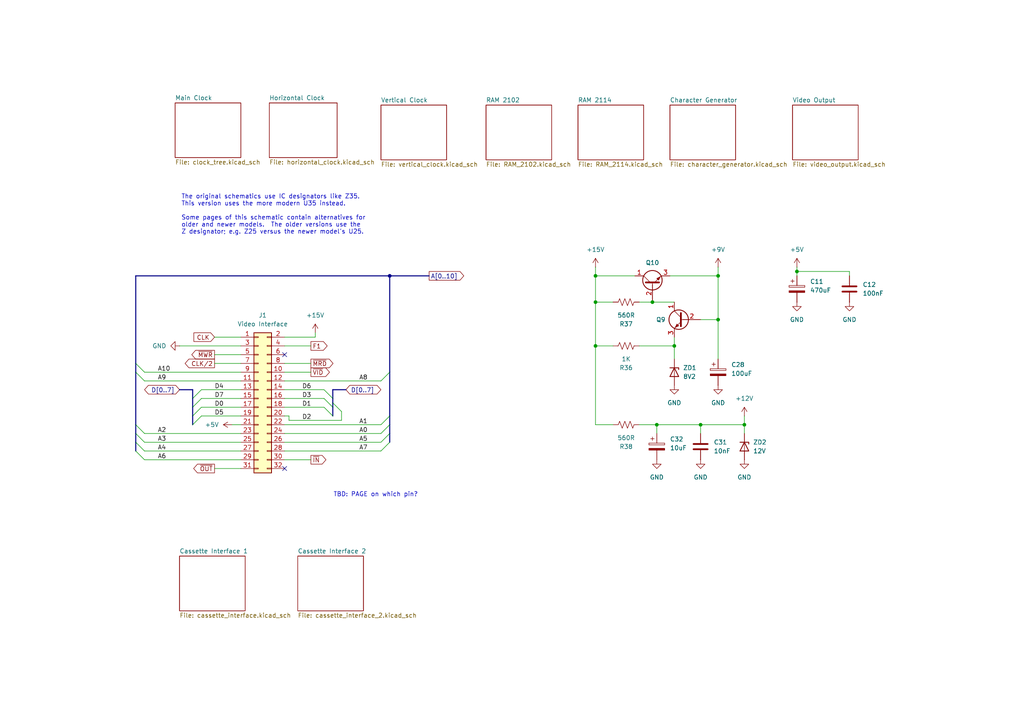
<source format=kicad_sch>
(kicad_sch (version 20231120) (generator "eeschema") (generator_version "8.0")
  (paper "A4")
  (title_block (title "Dick Smith System 80 Video and Cassette") (date "1980"))
  (lib_symbols
    (symbol "Connector_Generic:Conn_02x16_Odd_Even" (pin_names (offset 1.016) hide)
      (property "Reference" "J" (at 1.27 20.32 0))
      (property "Value" "Conn_02x16_Odd_Even" (at 1.27 -22.86 0))
      (symbol "Conn_02x16_Odd_Even_1_1"
        (rectangle (start -1.27 -20.193) (end 0 -20.447) (stroke (width 0.1524)))
        (rectangle (start -1.27 -17.653) (end 0 -17.907) (stroke (width 0.1524)))
        (rectangle (start -1.27 -15.113) (end 0 -15.367) (stroke (width 0.1524)))
        (rectangle (start -1.27 -12.573) (end 0 -12.827) (stroke (width 0.1524)))
        (rectangle (start -1.27 -10.033) (end 0 -10.287) (stroke (width 0.1524)))
        (rectangle (start -1.27 -7.493) (end 0 -7.747) (stroke (width 0.1524)))
        (rectangle (start -1.27 -4.953) (end 0 -5.207) (stroke (width 0.1524)))
        (rectangle (start -1.27 -2.413) (end 0 -2.667) (stroke (width 0.1524)))
        (rectangle (start -1.27 0.127) (end 0 -0.127) (stroke (width 0.1524)))
        (rectangle (start -1.27 2.667) (end 0 2.413) (stroke (width 0.1524)))
        (rectangle (start -1.27 5.207) (end 0 4.953) (stroke (width 0.1524)))
        (rectangle (start -1.27 7.747) (end 0 7.493) (stroke (width 0.1524)))
        (rectangle (start -1.27 10.287) (end 0 10.033) (stroke (width 0.1524)))
        (rectangle (start -1.27 12.827) (end 0 12.573) (stroke (width 0.1524)))
        (rectangle (start -1.27 15.367) (end 0 15.113) (stroke (width 0.1524)))
        (rectangle (start -1.27 17.907) (end 0 17.653) (stroke (width 0.1524)))
        (rectangle (start -1.27 19.05) (end 3.81 -21.59) (stroke (width 0.254)) (fill (type background)))
        (rectangle (start 3.81 -20.193) (end 2.54 -20.447) (stroke (width 0.1524)))
        (rectangle (start 3.81 -17.653) (end 2.54 -17.907) (stroke (width 0.1524)))
        (rectangle (start 3.81 -15.113) (end 2.54 -15.367) (stroke (width 0.1524)))
        (rectangle (start 3.81 -12.573) (end 2.54 -12.827) (stroke (width 0.1524)))
        (rectangle (start 3.81 -10.033) (end 2.54 -10.287) (stroke (width 0.1524)))
        (rectangle (start 3.81 -7.493) (end 2.54 -7.747) (stroke (width 0.1524)))
        (rectangle (start 3.81 -4.953) (end 2.54 -5.207) (stroke (width 0.1524)))
        (rectangle (start 3.81 -2.413) (end 2.54 -2.667) (stroke (width 0.1524)))
        (rectangle (start 3.81 0.127) (end 2.54 -0.127) (stroke (width 0.1524)))
        (rectangle (start 3.81 2.667) (end 2.54 2.413) (stroke (width 0.1524)))
        (rectangle (start 3.81 5.207) (end 2.54 4.953) (stroke (width 0.1524)))
        (rectangle (start 3.81 7.747) (end 2.54 7.493) (stroke (width 0.1524)))
        (rectangle (start 3.81 10.287) (end 2.54 10.033) (stroke (width 0.1524)))
        (rectangle (start 3.81 12.827) (end 2.54 12.573) (stroke (width 0.1524)))
        (rectangle (start 3.81 15.367) (end 2.54 15.113) (stroke (width 0.1524)))
        (rectangle (start 3.81 17.907) (end 2.54 17.653) (stroke (width 0.1524)))
        (pin passive line (at -5.08 17.78 0) (length 3.81) (name "Pin_1") (number "1"))
        (pin passive line (at 7.62 7.62 180) (length 3.81) (name "Pin_10") (number "10"))
        (pin passive line (at -5.08 5.08 0) (length 3.81) (name "Pin_11") (number "11"))
        (pin passive line (at 7.62 5.08 180) (length 3.81) (name "Pin_12") (number "12"))
        (pin passive line (at -5.08 2.54 0) (length 3.81) (name "Pin_13") (number "13"))
        (pin passive line (at 7.62 2.54 180) (length 3.81) (name "Pin_14") (number "14"))
        (pin passive line (at -5.08 0 0) (length 3.81) (name "Pin_15") (number "15"))
        (pin passive line (at 7.62 0 180) (length 3.81) (name "Pin_16") (number "16"))
        (pin passive line (at -5.08 -2.54 0) (length 3.81) (name "Pin_17") (number "17"))
        (pin passive line (at 7.62 -2.54 180) (length 3.81) (name "Pin_18") (number "18"))
        (pin passive line (at -5.08 -5.08 0) (length 3.81) (name "Pin_19") (number "19"))
        (pin passive line (at 7.62 17.78 180) (length 3.81) (name "Pin_2") (number "2"))
        (pin passive line (at 7.62 -5.08 180) (length 3.81) (name "Pin_20") (number "20"))
        (pin passive line (at -5.08 -7.62 0) (length 3.81) (name "Pin_21") (number "21"))
        (pin passive line (at 7.62 -7.62 180) (length 3.81) (name "Pin_22") (number "22"))
        (pin passive line (at -5.08 -10.16 0) (length 3.81) (name "Pin_23") (number "23"))
        (pin passive line (at 7.62 -10.16 180) (length 3.81) (name "Pin_24") (number "24"))
        (pin passive line (at -5.08 -12.7 0) (length 3.81) (name "Pin_25") (number "25"))
        (pin passive line (at 7.62 -12.7 180) (length 3.81) (name "Pin_26") (number "26"))
        (pin passive line (at -5.08 -15.24 0) (length 3.81) (name "Pin_27") (number "27"))
        (pin passive line (at 7.62 -15.24 180) (length 3.81) (name "Pin_28") (number "28"))
        (pin passive line (at -5.08 -17.78 0) (length 3.81) (name "Pin_29") (number "29"))
        (pin passive line (at -5.08 15.24 0) (length 3.81) (name "Pin_3") (number "3"))
        (pin passive line (at 7.62 -17.78 180) (length 3.81) (name "Pin_30") (number "30"))
        (pin passive line (at -5.08 -20.32 0) (length 3.81) (name "Pin_31") (number "31"))
        (pin passive line (at 7.62 -20.32 180) (length 3.81) (name "Pin_32") (number "32"))
        (pin passive line (at 7.62 15.24 180) (length 3.81) (name "Pin_4") (number "4"))
        (pin passive line (at -5.08 12.7 0) (length 3.81) (name "Pin_5") (number "5"))
        (pin passive line (at 7.62 12.7 180) (length 3.81) (name "Pin_6") (number "6"))
        (pin passive line (at -5.08 10.16 0) (length 3.81) (name "Pin_7") (number "7"))
        (pin passive line (at 7.62 10.16 180) (length 3.81) (name "Pin_8") (number "8"))
        (pin passive line (at -5.08 7.62 0) (length 3.81) (name "Pin_9") (number "9"))
      )
    )
    (symbol "Device:C" (pin_numbers hide) (pin_names (offset 0.254))
      (property "Reference" "C" (at 0.635 2.54 0))
      (property "Value" "C" (at 0.635 -2.54 0))
      (symbol "C_0_1"
        (polyline (pts (xy -2.032 -0.762) (xy 2.032 -0.762)) (stroke (width 0.508)))
        (polyline (pts (xy -2.032 0.762) (xy 2.032 0.762)) (stroke (width 0.508)))
      )
      (symbol "C_1_1"
        (pin passive line (at 0 3.81 270) (length 2.794) (name "~") (number "1"))
        (pin passive line (at 0 -3.81 90) (length 2.794) (name "~") (number "2"))
      )
    )
    (symbol "Device:C_Polarized" (pin_numbers hide) (pin_names (offset 0.254))
      (property "Reference" "C" (at 0.635 2.54 0))
      (property "Value" "C_Polarized" (at 0.635 -2.54 0))
      (symbol "C_Polarized_0_1"
        (rectangle (start -2.286 0.508) (end 2.286 1.016))
        (polyline (pts (xy -1.778 2.286) (xy -0.762 2.286)))
        (polyline (pts (xy -1.27 2.794) (xy -1.27 1.778)))
        (rectangle (start 2.286 -0.508) (end -2.286 -1.016) (fill (type outline)))
      )
      (symbol "C_Polarized_1_1"
        (pin passive line (at 0 3.81 270) (length 2.794) (name "~") (number "1"))
        (pin passive line (at 0 -3.81 90) (length 2.794) (name "~") (number "2"))
      )
    )
    (symbol "Device:D_Zener" (pin_numbers hide) (pin_names (offset 1.016) hide)
      (property "Reference" "D" (at 0 2.54 0))
      (property "Value" "D_Zener" (at 0 -2.54 0))
      (symbol "D_Zener_0_1"
        (polyline (pts (xy 1.27 0) (xy -1.27 0)))
        (polyline (pts (xy -1.27 -1.27) (xy -1.27 1.27) (xy -0.762 1.27)) (stroke (width 0.254)))
        (polyline (pts (xy 1.27 -1.27) (xy 1.27 1.27) (xy -1.27 0) (xy 1.27 -1.27)) (stroke (width 0.254)))
      )
      (symbol "D_Zener_1_1"
        (pin passive line (at -3.81 0 0) (length 2.54) (name "K") (number "1"))
        (pin passive line (at 3.81 0 180) (length 2.54) (name "A") (number "2"))
      )
    )
    (symbol "Device:R_US" (pin_numbers hide) (pin_names (offset 0))
      (property "Reference" "R" (at 2.54 0 90))
      (property "Value" "R_US" (at -2.54 0 90))
      (symbol "R_US_0_1"
        (polyline (pts (xy 0 -2.286) (xy 0 -2.54)))
        (polyline (pts (xy 0 2.286) (xy 0 2.54)))
        (polyline (pts (xy 0 -0.762) (xy 1.016 -1.143) (xy 0 -1.524) (xy -1.016 -1.905) (xy 0 -2.286)))
        (polyline (pts (xy 0 0.762) (xy 1.016 0.381) (xy 0 0) (xy -1.016 -0.381) (xy 0 -0.762)))
        (polyline (pts (xy 0 2.286) (xy 1.016 1.905) (xy 0 1.524) (xy -1.016 1.143) (xy 0 0.762)))
      )
      (symbol "R_US_1_1"
        (pin passive line (at 0 3.81 270) (length 1.27) (name "~") (number "1"))
        (pin passive line (at 0 -3.81 90) (length 1.27) (name "~") (number "2"))
      )
    )
    (symbol "Transistor_BJT:BC548" (pin_names (offset 0) hide)
      (property "Reference" "Q" (at 5.08 1.905 0))
      (property "Value" "BC548" (at 5.08 0 0))
      (symbol "BC548_0_1"
        (polyline (pts (xy 0 0) (xy 0.635 0)))
        (polyline (pts (xy 0.635 0.635) (xy 2.54 2.54)))
        (polyline (pts (xy 0.635 -0.635) (xy 2.54 -2.54) (xy 2.54 -2.54)))
        (polyline (pts (xy 0.635 1.905) (xy 0.635 -1.905) (xy 0.635 -1.905)) (stroke (width 0.508)))
        (polyline (pts (xy 1.27 -1.778) (xy 1.778 -1.27) (xy 2.286 -2.286) (xy 1.27 -1.778) (xy 1.27 -1.778)) (fill (type outline)))
        (circle (center 1.27 0) (radius 2.8194) (stroke (width 0.254)))
      )
      (symbol "BC548_1_1"
        (pin passive line (at 2.54 5.08 270) (length 2.54) (name "C") (number "1"))
        (pin input line (at -5.08 0 0) (length 5.08) (name "B") (number "2"))
        (pin passive line (at 2.54 -5.08 90) (length 2.54) (name "E") (number "3"))
      )
    )
    (symbol "power:+12V" (power) (pin_numbers hide) (pin_names (offset 0) hide)
      (property "Value" "+12V" (at 0 3.556 0))
      (symbol "+12V_0_1"
        (polyline (pts (xy -0.762 1.27) (xy 0 2.54)))
        (polyline (pts (xy 0 0) (xy 0 2.54)))
        (polyline (pts (xy 0 2.54) (xy 0.762 1.27)))
      )
      (symbol "+12V_1_1"
        (pin power_in line (at 0 0 90) (length 0) (name "~") (number "1"))
      )
    )
    (symbol "power:+15V" (power) (pin_numbers hide) (pin_names (offset 0) hide)
      (property "Value" "+15V" (at 0 3.556 0))
      (symbol "+15V_0_1"
        (polyline (pts (xy -0.762 1.27) (xy 0 2.54)))
        (polyline (pts (xy 0 0) (xy 0 2.54)))
        (polyline (pts (xy 0 2.54) (xy 0.762 1.27)))
      )
      (symbol "+15V_1_1"
        (pin power_in line (at 0 0 90) (length 0) (name "~") (number "1"))
      )
    )
    (symbol "power:+5V" (power) (pin_numbers hide) (pin_names (offset 0) hide)
      (property "Value" "+5V" (at 0 3.556 0))
      (symbol "+5V_0_1"
        (polyline (pts (xy -0.762 1.27) (xy 0 2.54)))
        (polyline (pts (xy 0 0) (xy 0 2.54)))
        (polyline (pts (xy 0 2.54) (xy 0.762 1.27)))
      )
      (symbol "+5V_1_1"
        (pin power_in line (at 0 0 90) (length 0) (name "~") (number "1"))
      )
    )
    (symbol "power:+9V" (power) (pin_numbers hide) (pin_names (offset 0) hide)
      (property "Value" "+9V" (at 0 3.556 0))
      (symbol "+9V_0_1"
        (polyline (pts (xy -0.762 1.27) (xy 0 2.54)))
        (polyline (pts (xy 0 0) (xy 0 2.54)))
        (polyline (pts (xy 0 2.54) (xy 0.762 1.27)))
      )
      (symbol "+9V_1_1"
        (pin power_in line (at 0 0 90) (length 0) (name "~") (number "1"))
      )
    )
    (symbol "power:GND" (power) (pin_numbers hide) (pin_names (offset 0) hide)
      (property "Value" "GND" (at 0 -3.81 0))
      (symbol "GND_0_1"
        (polyline (pts (xy 0 0) (xy 0 -1.27) (xy 1.27 -1.27) (xy 0 -2.54) (xy -1.27 -1.27) (xy 0 -1.27)))
      )
      (symbol "GND_1_1"
        (pin power_in line (at 0 0 270) (length 0) (name "~") (number "1"))
      )
    )
  )
  (junction (at 172.72 87.63))
  (junction (at 190.5 123.19))
  (junction (at 208.28 92.71))
  (junction (at 172.72 100.33))
  (junction (at 113.03 80.01))
  (junction (at 189.23 87.63))
  (junction (at 203.2 123.19))
  (junction (at 215.9 123.19))
  (junction (at 172.72 80.01))
  (junction (at 231.14 78.74))
  (junction (at 208.28 80.01))
  (junction (at 195.58 100.33))
  (no_connect (at 82.55 102.87))
  (no_connect (at 82.55 135.89))
  (bus_entry (at 39.37 105.41) (size 2.54 2.54))
  (bus_entry (at 39.37 107.95) (size 2.54 2.54))
  (bus_entry (at 55.88 120.65) (size 2.54 -2.54))
  (bus_entry (at 113.03 107.95) (size -2.54 2.54))
  (bus_entry (at 55.88 115.57) (size 2.54 -2.54))
  (bus_entry (at 113.03 123.19) (size -2.54 2.54))
  (bus_entry (at 96.52 115.57) (size -2.54 -2.54))
  (bus_entry (at 96.52 120.65) (size -2.54 -2.54))
  (bus_entry (at 39.37 128.27) (size 2.54 2.54))
  (bus_entry (at 39.37 130.81) (size 2.54 2.54))
  (bus_entry (at 55.88 118.11) (size 2.54 -2.54))
  (bus_entry (at 113.03 120.65) (size -2.54 2.54))
  (bus_entry (at 96.52 116.84) (size 2.54 2.54))
  (bus_entry (at 96.52 118.11) (size -2.54 -2.54))
  (bus_entry (at 55.88 123.19) (size 2.54 -2.54))
  (bus_entry (at 113.03 125.73) (size -2.54 2.54))
  (bus_entry (at 39.37 125.73) (size 2.54 2.54))
  (bus_entry (at 39.37 123.19) (size 2.54 2.54))
  (bus_entry (at 113.03 128.27) (size -2.54 2.54))
  (wire (pts (xy 82.55 97.79) (xy 91.44 97.79)))
  (wire (pts (xy 185.42 100.33) (xy 195.58 100.33)))
  (wire (pts (xy 172.72 100.33) (xy 172.72 87.63)))
  (wire (pts (xy 177.8 100.33) (xy 172.72 100.33)))
  (wire (pts (xy 41.91 110.49) (xy 69.85 110.49)))
  (wire (pts (xy 208.28 77.47) (xy 208.28 80.01)))
  (bus (pts (xy 55.88 120.65) (xy 55.88 123.19)))
  (wire (pts (xy 189.23 87.63) (xy 195.58 87.63)))
  (wire (pts (xy 203.2 123.19) (xy 203.2 125.73)))
  (bus (pts (xy 39.37 80.01) (xy 113.03 80.01)))
  (wire (pts (xy 41.91 125.73) (xy 69.85 125.73)))
  (bus (pts (xy 113.03 125.73) (xy 113.03 128.27)))
  (bus (pts (xy 113.03 120.65) (xy 113.03 123.19)))
  (wire (pts (xy 215.9 125.73) (xy 215.9 123.19)))
  (bus (pts (xy 39.37 80.01) (xy 39.37 105.41)))
  (wire (pts (xy 208.28 92.71) (xy 203.2 92.71)))
  (wire (pts (xy 110.49 130.81) (xy 82.55 130.81)))
  (bus (pts (xy 100.33 113.03) (xy 96.52 113.03)))
  (bus (pts (xy 55.88 113.03) (xy 55.88 115.57)))
  (bus (pts (xy 113.03 80.01) (xy 124.46 80.01)))
  (wire (pts (xy 69.85 100.33) (xy 52.07 100.33)))
  (bus (pts (xy 55.88 118.11) (xy 55.88 120.65)))
  (bus (pts (xy 96.52 115.57) (xy 96.52 116.84)))
  (wire (pts (xy 231.14 77.47) (xy 231.14 78.74)))
  (wire (pts (xy 172.72 87.63) (xy 177.8 87.63)))
  (wire (pts (xy 82.55 100.33) (xy 90.17 100.33)))
  (wire (pts (xy 69.85 105.41) (xy 62.23 105.41)))
  (bus (pts (xy 113.03 123.19) (xy 113.03 125.73)))
  (wire (pts (xy 69.85 97.79) (xy 62.23 97.79)))
  (wire (pts (xy 185.42 87.63) (xy 189.23 87.63)))
  (wire (pts (xy 58.42 113.03) (xy 69.85 113.03)))
  (bus (pts (xy 39.37 123.19) (xy 39.37 125.73)))
  (wire (pts (xy 231.14 78.74) (xy 231.14 80.01)))
  (wire (pts (xy 208.28 92.71) (xy 208.28 104.14)))
  (wire (pts (xy 82.55 133.35) (xy 90.17 133.35)))
  (wire (pts (xy 177.8 123.19) (xy 172.72 123.19)))
  (wire (pts (xy 41.91 107.95) (xy 69.85 107.95)))
  (wire (pts (xy 215.9 120.65) (xy 215.9 123.19)))
  (wire (pts (xy 83.82 121.92) (xy 99.06 121.92)))
  (bus (pts (xy 96.52 116.84) (xy 96.52 118.11)))
  (wire (pts (xy 93.98 118.11) (xy 82.55 118.11)))
  (bus (pts (xy 113.03 107.95) (xy 113.03 120.65)))
  (wire (pts (xy 172.72 77.47) (xy 172.72 80.01)))
  (bus (pts (xy 39.37 105.41) (xy 39.37 107.95)))
  (wire (pts (xy 91.44 97.79) (xy 91.44 96.52)))
  (wire (pts (xy 93.98 115.57) (xy 82.55 115.57)))
  (wire (pts (xy 190.5 123.19) (xy 185.42 123.19)))
  (wire (pts (xy 246.38 78.74) (xy 231.14 78.74)))
  (wire (pts (xy 194.31 80.01) (xy 208.28 80.01)))
  (wire (pts (xy 90.17 107.95) (xy 82.55 107.95)))
  (bus (pts (xy 39.37 125.73) (xy 39.37 128.27)))
  (wire (pts (xy 93.98 113.03) (xy 82.55 113.03)))
  (wire (pts (xy 69.85 102.87) (xy 62.23 102.87)))
  (bus (pts (xy 113.03 80.01) (xy 113.03 107.95)))
  (wire (pts (xy 172.72 123.19) (xy 172.72 100.33)))
  (wire (pts (xy 41.91 133.35) (xy 69.85 133.35)))
  (wire (pts (xy 58.42 120.65) (xy 69.85 120.65)))
  (wire (pts (xy 246.38 80.01) (xy 246.38 78.74)))
  (wire (pts (xy 83.82 120.65) (xy 83.82 121.92)))
  (wire (pts (xy 110.49 123.19) (xy 82.55 123.19)))
  (bus (pts (xy 55.88 115.57) (xy 55.88 118.11)))
  (wire (pts (xy 190.5 123.19) (xy 190.5 125.73)))
  (wire (pts (xy 110.49 125.73) (xy 82.55 125.73)))
  (wire (pts (xy 110.49 128.27) (xy 82.55 128.27)))
  (wire (pts (xy 110.49 110.49) (xy 82.55 110.49)))
  (bus (pts (xy 96.52 113.03) (xy 96.52 115.57)))
  (wire (pts (xy 82.55 120.65) (xy 83.82 120.65)))
  (wire (pts (xy 195.58 100.33) (xy 195.58 104.14)))
  (bus (pts (xy 96.52 118.11) (xy 96.52 120.65)))
  (wire (pts (xy 58.42 115.57) (xy 69.85 115.57)))
  (wire (pts (xy 90.17 105.41) (xy 82.55 105.41)))
  (wire (pts (xy 203.2 123.19) (xy 190.5 123.19)))
  (wire (pts (xy 195.58 100.33) (xy 195.58 97.79)))
  (wire (pts (xy 172.72 80.01) (xy 184.15 80.01)))
  (bus (pts (xy 39.37 107.95) (xy 39.37 123.19)))
  (wire (pts (xy 215.9 123.19) (xy 203.2 123.19)))
  (wire (pts (xy 99.06 121.92) (xy 99.06 119.38)))
  (wire (pts (xy 67.31 123.19) (xy 69.85 123.19)))
  (bus (pts (xy 52.07 113.03) (xy 55.88 113.03)))
  (wire (pts (xy 208.28 92.71) (xy 208.28 80.01)))
  (wire (pts (xy 172.72 87.63) (xy 172.72 80.01)))
  (wire (pts (xy 58.42 118.11) (xy 69.85 118.11)))
  (wire (pts (xy 41.91 128.27) (xy 69.85 128.27)))
  (wire (pts (xy 41.91 130.81) (xy 69.85 130.81)))
  (wire (pts (xy 69.85 135.89) (xy 62.23 135.89)))
  (bus (pts (xy 39.37 128.27) (xy 39.37 130.81)))
  (text "TBD: PAGE on which pin?" (at 108.966 143.51 0) (effects (font (size 1.27 1.27))))
  (text "The original schematics use IC designators like Z35.\nThis version uses the more modern U35 instead.\n\nSome pages of this schematic contain alternatives for\nolder and newer models.  The older versions use the\nZ designator; e.g. Z25 versus the newer model's U25." (at 52.578 62.23 0) (effects (font (size 1.27 1.27)) (justify left)))
  (label "A7" (at 104.14 130.81 0))
  (label "A9" (at 45.72 110.49 0))
  (label "A3" (at 45.72 128.27 0))
  (label "A2" (at 45.72 125.73 0))
  (label "A8" (at 104.14 110.49 0))
  (label "D1" (at 87.63 118.11 0))
  (label "A10" (at 45.72 107.95 0))
  (label "D5" (at 62.23 120.65 0))
  (label "A4" (at 45.72 130.81 0))
  (label "A1" (at 104.14 123.19 0))
  (label "A0" (at 104.14 125.73 0))
  (label "D2" (at 87.63 121.92 0))
  (label "A5" (at 104.14 128.27 0))
  (label "D6" (at 87.63 113.03 0))
  (label "D7" (at 62.23 115.57 0))
  (label "A6" (at 45.72 133.35 0))
  (label "D0" (at 62.23 118.11 0))
  (label "D3" (at 87.63 115.57 0))
  (label "D4" (at 62.23 113.03 0))
  (global_label "F1" (shape output) (at 90.17 100.33 0) (property "Intersheetrefs" "${INTERSHEET_REFS}" (effects (hide yes))))
  (global_label "CLK{slash}2" (shape output) (at 62.23 105.41 180) (property "Intersheetrefs" "${INTERSHEET_REFS}" (effects (hide yes))))
  (global_label "A[0..10]" (shape output) (at 124.46 80.01 0) (property "Intersheetrefs" "${INTERSHEET_REFS}" (effects (hide yes))))
  (global_label "D[0..7]" (shape bidirectional) (at 100.33 113.03 0) (property "Intersheetrefs" "${INTERSHEET_REFS}" (effects (hide yes))))
  (global_label "D[0..7]" (shape bidirectional) (at 52.07 113.03 180) (property "Intersheetrefs" "${INTERSHEET_REFS}" (effects (hide yes))))
  (global_label "~{VID}" (shape output) (at 90.17 107.95 0) (property "Intersheetrefs" "${INTERSHEET_REFS}" (effects (hide yes))))
  (global_label "~{IN}" (shape output) (at 90.17 133.35 0) (property "Intersheetrefs" "${INTERSHEET_REFS}" (effects (hide yes))))
  (global_label "CLK" (shape input) (at 62.23 97.79 180) (property "Intersheetrefs" "${INTERSHEET_REFS}" (effects (hide yes))))
  (global_label "~{MRD}" (shape output) (at 90.17 105.41 0) (property "Intersheetrefs" "${INTERSHEET_REFS}" (effects (hide yes))))
  (global_label "~{MWR}" (shape output) (at 62.23 102.87 180) (property "Intersheetrefs" "${INTERSHEET_REFS}" (effects (hide yes))))
  (global_label "~{OUT}" (shape output) (at 62.23 135.89 180) (property "Intersheetrefs" "${INTERSHEET_REFS}" (effects (hide yes))))
  (symbol (lib_id "Device:C_Polarized") (at 190.5 129.54 0) (unit 1)
    (property "Reference" "C32" (at 194.31 127.3809 0) (effects (justify left)))
    (property "Value" "10uF" (at 194.31 129.9209 0) (effects (justify left)))
    (property "Description" "Polarized capacitor" (effects (hide yes)))
  )
  (symbol (lib_id "Device:D_Zener") (at 215.9 129.54 270) (unit 1)
    (property "Reference" "ZD2" (at 218.44 128.2699 90) (effects (justify left)))
    (property "Value" "12V" (at 218.44 130.8099 90) (effects (justify left)))
    (property "Description" "Zener diode" (effects (hide yes)))
  )
  (symbol (lib_id "Device:R_US") (at 181.61 123.19 90) (unit 1)
    (property "Reference" "R38" (at 181.61 129.54 90))
    (property "Value" "560R" (at 181.61 127 90))
    (property "Description" "Resistor, US symbol" (effects (hide yes)))
  )
  (symbol (lib_id "power:GND") (at 195.58 111.76 0) (unit 1)
    (property "Reference" "#PWR06" (effects (hide yes)))
    (property "Value" "GND" (at 195.58 116.84 0))
    (property "Description" "Power symbol creates a global label with name \"GND\" , ground" (effects (hide yes)))
  )
  (symbol (lib_id "power:GND") (at 208.28 111.76 0) (unit 1)
    (property "Reference" "#PWR07" (effects (hide yes)))
    (property "Value" "GND" (at 208.28 116.84 0))
    (property "Description" "Power symbol creates a global label with name \"GND\" , ground" (effects (hide yes)))
  )
  (symbol (lib_id "Transistor_BJT:BC548") (at 189.23 82.55 90) (unit 1)
    (property "Reference" "Q10" (at 189.23 76.2 90))
    (property "Value" "BC548" (effects (hide yes)))
    (property "Footprint" "Package_TO_SOT_THT:TO-92_Inline" (effects (hide yes)))
    (property "Datasheet" "https://www.onsemi.com/pub/Collateral/BC550-D.pdf" (effects (hide yes)))
    (property "Description" "0.1A Ic, 30V Vce, Small Signal NPN Transistor, TO-92" (effects (hide yes)))
  )
  (symbol (lib_id "Device:R_US") (at 181.61 100.33 90) (unit 1)
    (property "Reference" "R36" (at 181.61 106.68 90))
    (property "Value" "1K" (at 181.61 104.14 90))
    (property "Description" "Resistor, US symbol" (effects (hide yes)))
  )
  (symbol (lib_id "power:+5V") (at 67.31 123.19 90) (unit 1)
    (property "Reference" "#PWR02" (effects (hide yes)))
    (property "Value" "+5V" (at 63.5 123.1899 90) (effects (justify left)))
    (property "Description" "Power symbol creates a global label with name \"+5V\"" (effects (hide yes)))
  )
  (symbol (lib_id "power:GND") (at 203.2 133.35 0) (unit 1)
    (property "Reference" "#PWR09" (effects (hide yes)))
    (property "Value" "GND" (at 203.2 138.43 0))
    (property "Description" "Power symbol creates a global label with name \"GND\" , ground" (effects (hide yes)))
  )
  (symbol (lib_id "power:+12V") (at 215.9 120.65 0) (unit 1)
    (property "Reference" "#PWR011" (effects (hide yes)))
    (property "Value" "+12V" (at 215.9 115.57 0))
    (property "Description" "Power symbol creates a global label with name \"+12V\"" (effects (hide yes)))
  )
  (symbol (lib_id "power:GND") (at 52.07 100.33 270) (mirror x) (unit 1)
    (property "Reference" "#PWR01" (effects (hide yes)))
    (property "Value" "GND" (at 48.26 100.3299 90) (effects (justify right)))
    (property "Description" "Power symbol creates a global label with name \"GND\" , ground" (effects (hide yes)))
  )
  (symbol (lib_id "power:GND") (at 190.5 133.35 0) (unit 1)
    (property "Reference" "#PWR08" (effects (hide yes)))
    (property "Value" "GND" (at 190.5 138.43 0))
    (property "Description" "Power symbol creates a global label with name \"GND\" , ground" (effects (hide yes)))
  )
  (symbol (lib_id "power:GND") (at 231.14 87.63 0) (unit 1)
    (property "Reference" "#PWR013" (effects (hide yes)))
    (property "Value" "GND" (at 231.14 92.71 0))
    (property "Description" "Power symbol creates a global label with name \"GND\" , ground" (effects (hide yes)))
  )
  (symbol (lib_id "Transistor_BJT:BC548") (at 198.12 92.71 0) (mirror y) (unit 1)
    (property "Reference" "Q9" (at 193.04 92.7099 0) (effects (justify left)))
    (property "Value" "BC548" (effects (hide yes)))
    (property "Footprint" "Package_TO_SOT_THT:TO-92_Inline" (effects (hide yes)))
    (property "Datasheet" "https://www.onsemi.com/pub/Collateral/BC550-D.pdf" (effects (hide yes)))
    (property "Description" "0.1A Ic, 30V Vce, Small Signal NPN Transistor, TO-92" (effects (hide yes)))
  )
  (symbol (lib_id "power:GND") (at 246.38 87.63 0) (unit 1)
    (property "Reference" "#PWR014" (effects (hide yes)))
    (property "Value" "GND" (at 246.38 92.71 0))
    (property "Description" "Power symbol creates a global label with name \"GND\" , ground" (effects (hide yes)))
  )
  (symbol (lib_id "Connector_Generic:Conn_02x16_Odd_Even") (at 74.93 115.57 0) (unit 1)
    (property "Reference" "J1" (at 76.2 91.44 0))
    (property "Value" "Video Interface" (at 76.2 93.98 0))
    (property "Footprint" "Connector_PinHeader_2.54mm:PinHeader_2x16_P2.54mm_Vertical" (effects (hide yes)))
    (property "Description" "Generic connector, double row, 02x16, odd/even pin numbering scheme (row 1 odd numbers, row 2 even numbers), script generated (kicad-library-utils/schlib/autogen/connector/)" (effects (hide yes)))
  )
  (symbol (lib_id "power:GND") (at 215.9 133.35 0) (unit 1)
    (property "Reference" "#PWR010" (effects (hide yes)))
    (property "Value" "GND" (at 215.9 138.43 0))
    (property "Description" "Power symbol creates a global label with name \"GND\" , ground" (effects (hide yes)))
  )
  (symbol (lib_id "power:+9V") (at 208.28 77.47 0) (unit 1)
    (property "Reference" "#PWR04" (effects (hide yes)))
    (property "Value" "+9V" (at 208.28 72.39 0))
    (property "Description" "Power symbol creates a global label with name \"+9V\"" (effects (hide yes)))
  )
  (symbol (lib_id "Device:D_Zener") (at 195.58 107.95 270) (unit 1)
    (property "Reference" "ZD1" (at 198.12 106.6799 90) (effects (justify left)))
    (property "Value" "8V2" (at 198.12 109.2199 90) (effects (justify left)))
    (property "Description" "Zener diode" (effects (hide yes)))
  )
  (symbol (lib_id "Device:R_US") (at 181.61 87.63 90) (unit 1)
    (property "Reference" "R37" (at 181.61 93.98 90))
    (property "Value" "560R" (at 181.61 91.44 90))
    (property "Description" "Resistor, US symbol" (effects (hide yes)))
  )
  (symbol (lib_id "power:+15V") (at 172.72 77.47 0) (unit 1)
    (property "Reference" "#PWR05" (effects (hide yes)))
    (property "Value" "+15V" (at 172.72 72.39 0))
    (property "Description" "Power symbol creates a global label with name \"+15V\"" (effects (hide yes)))
  )
  (symbol (lib_id "Device:C_Polarized") (at 231.14 83.82 0) (unit 1)
    (property "Reference" "C11" (at 234.95 81.6609 0) (effects (justify left)))
    (property "Value" "470uF" (at 234.95 84.2009 0) (effects (justify left)))
    (property "Description" "Polarized capacitor" (effects (hide yes)))
  )
  (symbol (lib_id "Device:C") (at 246.38 83.82 0) (unit 1)
    (property "Reference" "C12" (at 250.19 82.5499 0) (effects (justify left)))
    (property "Value" "100nF" (at 250.19 85.0899 0) (effects (justify left)))
    (property "Description" "Unpolarized capacitor" (effects (hide yes)))
  )
  (symbol (lib_id "power:+15V") (at 91.44 96.52 0) (unit 1)
    (property "Reference" "#PWR03" (effects (hide yes)))
    (property "Value" "+15V" (at 91.44 91.44 0))
    (property "Description" "Power symbol creates a global label with name \"+15V\"" (effects (hide yes)))
  )
  (symbol (lib_id "power:+5V") (at 231.14 77.47 0) (unit 1)
    (property "Reference" "#PWR012" (effects (hide yes)))
    (property "Value" "+5V" (at 231.14 72.39 0))
    (property "Description" "Power symbol creates a global label with name \"+5V\"" (effects (hide yes)))
  )
  (symbol (lib_id "Device:C_Polarized") (at 208.28 107.95 0) (unit 1)
    (property "Reference" "C28" (at 212.09 105.7909 0) (effects (justify left)))
    (property "Value" "100uF" (at 212.09 108.3309 0) (effects (justify left)))
    (property "Description" "Polarized capacitor" (effects (hide yes)))
  )
  (symbol (lib_id "Device:C") (at 203.2 129.54 0) (unit 1)
    (property "Reference" "C31" (at 207.01 128.2699 0) (effects (justify left)))
    (property "Value" "10nF" (at 207.01 130.8099 0) (effects (justify left)))
    (property "Description" "Unpolarized capacitor" (effects (hide yes)))
  )
  (sheet (at 86.36 161.29) (size 19.05 15.875) (stroke (width 0.1524))
    (property "Sheetname" "Cassette Interface 2" (at 86.36 160.5784 0) (effects (justify left bottom)))
    (property "Sheetfile" "cassette_interface_2.kicad_sch" (at 86.36 177.7496 0) (effects (justify left top)))
  )
  (sheet (at 140.97 30.48) (size 19.05 15.875) (stroke (width 0.1524))
    (property "Sheetname" "RAM 2102" (at 140.97 29.7684 0) (effects (justify left bottom)))
    (property "Sheetfile" "RAM_2102.kicad_sch" (at 140.97 46.9396 0) (effects (justify left top)))
  )
  (sheet (at 52.07 161.29) (size 19.05 15.875) (stroke (width 0.1524))
    (property "Sheetname" "Cassette Interface 1" (at 52.07 160.5784 0) (effects (justify left bottom)))
    (property "Sheetfile" "cassette_interface.kicad_sch" (at 52.07 177.7496 0) (effects (justify left top)))
  )
  (sheet (at 229.87 30.48) (size 19.05 15.875) (stroke (width 0.1524))
    (property "Sheetname" "Video Output" (at 229.87 29.7684 0) (effects (justify left bottom)))
    (property "Sheetfile" "video_output.kicad_sch" (at 229.87 46.9396 0) (effects (justify left top)))
  )
  (sheet (at 110.49 30.48) (size 19.05 15.875) (stroke (width 0.1524))
    (property "Sheetname" "Vertical Clock" (at 110.49 29.7684 0) (effects (justify left bottom)))
    (property "Sheetfile" "vertical_clock.kicad_sch" (at 110.49 46.9396 0) (effects (justify left top)))
  )
  (sheet (at 50.8 29.845) (size 19.05 15.875) (stroke (width 0.1524))
    (property "Sheetname" "Main Clock" (at 50.8 29.1334 0) (effects (justify left bottom)))
    (property "Sheetfile" "clock_tree.kicad_sch" (at 50.8 46.3046 0) (effects (justify left top)))
  )
  (sheet (at 167.64 30.48) (size 19.05 15.875) (stroke (width 0.1524))
    (property "Sheetname" "RAM 2114" (at 167.64 29.7684 0) (effects (justify left bottom)))
    (property "Sheetfile" "RAM_2114.kicad_sch" (at 167.64 46.9396 0) (effects (justify left top)))
  )
  (sheet (at 194.31 30.48) (size 19.05 15.875) (stroke (width 0.1524))
    (property "Sheetname" "Character Generator" (at 194.31 29.7684 0) (effects (justify left bottom)))
    (property "Sheetfile" "character_generator.kicad_sch" (at 194.31 46.9396 0) (effects (justify left top)))
  )
  (sheet (at 78.105 29.845) (size 19.685 15.875) (stroke (width 0.1524))
    (property "Sheetname" "Horizontal Clock" (at 78.105 29.1334 0) (effects (justify left bottom)))
    (property "Sheetfile" "horizontal_clock.kicad_sch" (at 78.105 46.3046 0) (effects (justify left top)))
  )
)
</source>
